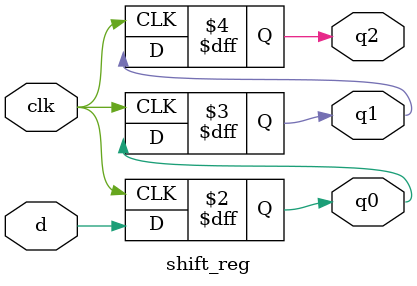
<source format=v>
`timescale 1ns / 1ps
module shift_reg(d,clk,q0,q1,q2
    );
	input d,clk;
	output reg q0,q1,q2;
	
	always@(posedge clk)
	begin
	q2=q1;
	q1=q0;
	q0=d;
	end
endmodule


</source>
